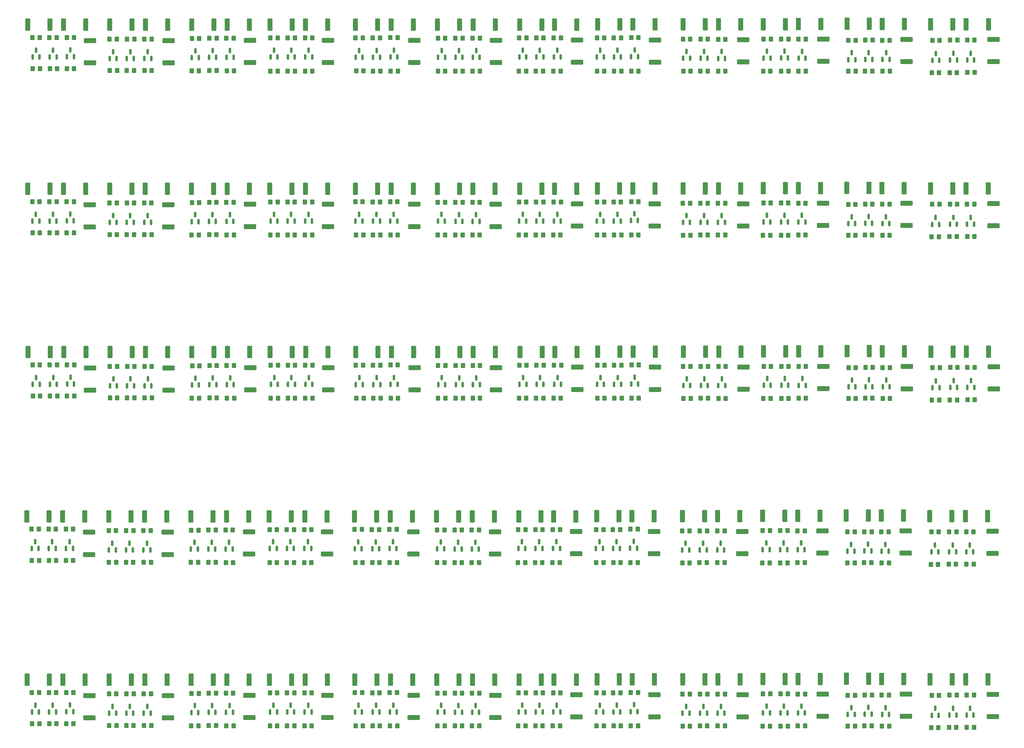
<source format=gbr>
%TF.GenerationSoftware,KiCad,Pcbnew,(6.0.6)*%
%TF.CreationDate,2022-10-08T16:47:07+05:30*%
%TF.ProjectId,RGB-3W-Light-Panel,5247422d-3357-42d4-9c69-6768742d5061,V1.1*%
%TF.SameCoordinates,Original*%
%TF.FileFunction,Paste,Bot*%
%TF.FilePolarity,Positive*%
%FSLAX46Y46*%
G04 Gerber Fmt 4.6, Leading zero omitted, Abs format (unit mm)*
G04 Created by KiCad (PCBNEW (6.0.6)) date 2022-10-08 16:47:07*
%MOMM*%
%LPD*%
G01*
G04 APERTURE LIST*
G04 Aperture macros list*
%AMRoundRect*
0 Rectangle with rounded corners*
0 $1 Rounding radius*
0 $2 $3 $4 $5 $6 $7 $8 $9 X,Y pos of 4 corners*
0 Add a 4 corners polygon primitive as box body*
4,1,4,$2,$3,$4,$5,$6,$7,$8,$9,$2,$3,0*
0 Add four circle primitives for the rounded corners*
1,1,$1+$1,$2,$3*
1,1,$1+$1,$4,$5*
1,1,$1+$1,$6,$7*
1,1,$1+$1,$8,$9*
0 Add four rect primitives between the rounded corners*
20,1,$1+$1,$2,$3,$4,$5,0*
20,1,$1+$1,$4,$5,$6,$7,0*
20,1,$1+$1,$6,$7,$8,$9,0*
20,1,$1+$1,$8,$9,$2,$3,0*%
G04 Aperture macros list end*
%ADD10RoundRect,0.249999X0.450001X1.425001X-0.450001X1.425001X-0.450001X-1.425001X0.450001X-1.425001X0*%
%ADD11RoundRect,0.250000X-0.350000X-0.450000X0.350000X-0.450000X0.350000X0.450000X-0.350000X0.450000X0*%
%ADD12RoundRect,0.249999X-0.450001X-1.425001X0.450001X-1.425001X0.450001X1.425001X-0.450001X1.425001X0*%
%ADD13RoundRect,0.150000X0.150000X-0.587500X0.150000X0.587500X-0.150000X0.587500X-0.150000X-0.587500X0*%
%ADD14RoundRect,0.249999X1.425001X-0.450001X1.425001X0.450001X-1.425001X0.450001X-1.425001X-0.450001X0*%
G04 APERTURE END LIST*
D10*
%TO.C,R86*%
X224760000Y-250020000D03*
X218660000Y-250020000D03*
%TD*%
D11*
%TO.C,R90*%
X208960000Y-253792500D03*
X210960000Y-253792500D03*
%TD*%
D12*
%TO.C,R102*%
X163860000Y-250020000D03*
X169960000Y-250020000D03*
%TD*%
D13*
%TO.C,Q13*%
X331460000Y-258767500D03*
X329560000Y-258767500D03*
X330510000Y-256892500D03*
%TD*%
D10*
%TO.C,R14*%
X404610000Y-249800000D03*
X398510000Y-249800000D03*
%TD*%
D11*
%TO.C,R99*%
X186310000Y-253930000D03*
X188310000Y-253930000D03*
%TD*%
%TO.C,R79*%
X230510000Y-262730000D03*
X232510000Y-262730000D03*
%TD*%
%TO.C,R26*%
X370770000Y-253940000D03*
X372770000Y-253940000D03*
%TD*%
%TO.C,R56*%
X286010000Y-253730000D03*
X288010000Y-253730000D03*
%TD*%
%TO.C,R7*%
X412130000Y-263202500D03*
X414130000Y-263202500D03*
%TD*%
D10*
%TO.C,R68*%
X269760000Y-250020000D03*
X263660000Y-250020000D03*
%TD*%
D13*
%TO.C,Q6*%
X400550000Y-259587500D03*
X398650000Y-259587500D03*
X399600000Y-257712500D03*
%TD*%
%TO.C,Q28*%
X220360000Y-258967500D03*
X218460000Y-258967500D03*
X219410000Y-257092500D03*
%TD*%
D11*
%TO.C,R83*%
X218410000Y-253730000D03*
X220410000Y-253730000D03*
%TD*%
D12*
%TO.C,R84*%
X208860000Y-250020000D03*
X214960000Y-250020000D03*
%TD*%
D13*
%TO.C,Q1*%
X423790000Y-259737500D03*
X421890000Y-259737500D03*
X422840000Y-257862500D03*
%TD*%
%TO.C,Q32*%
X192960000Y-259267500D03*
X191060000Y-259267500D03*
X192010000Y-257392500D03*
%TD*%
D11*
%TO.C,R25*%
X365840000Y-262780000D03*
X367840000Y-262780000D03*
%TD*%
D12*
%TO.C,R66*%
X253860000Y-250020000D03*
X259960000Y-250020000D03*
%TD*%
D13*
%TO.C,Q16*%
X310260000Y-258867500D03*
X308360000Y-258867500D03*
X309310000Y-256992500D03*
%TD*%
D11*
%TO.C,R9*%
X412300000Y-254280000D03*
X414300000Y-254280000D03*
%TD*%
D13*
%TO.C,Q9*%
X367860000Y-259177500D03*
X365960000Y-259177500D03*
X366910000Y-257302500D03*
%TD*%
D11*
%TO.C,R70*%
X254060000Y-262692500D03*
X256060000Y-262692500D03*
%TD*%
D14*
%TO.C,R31*%
X360360000Y-260230000D03*
X360360000Y-254130000D03*
%TD*%
D13*
%TO.C,Q30*%
X210810000Y-259030000D03*
X208910000Y-259030000D03*
X209860000Y-257155000D03*
%TD*%
D11*
%TO.C,R61*%
X276510000Y-262730000D03*
X278510000Y-262730000D03*
%TD*%
D13*
%TO.C,Q25*%
X241960000Y-258867500D03*
X240060000Y-258867500D03*
X241010000Y-256992500D03*
%TD*%
D10*
%TO.C,R5*%
X427710000Y-249930000D03*
X421610000Y-249930000D03*
%TD*%
D13*
%TO.C,Q5*%
X395800000Y-259527500D03*
X393900000Y-259527500D03*
X394850000Y-257652500D03*
%TD*%
D10*
%TO.C,R41*%
X336160000Y-249920000D03*
X330060000Y-249920000D03*
%TD*%
D11*
%TO.C,R91*%
X195910000Y-262630000D03*
X197910000Y-262630000D03*
%TD*%
%TO.C,R35*%
X348650000Y-254000000D03*
X350650000Y-254000000D03*
%TD*%
%TO.C,R27*%
X365940000Y-253930000D03*
X367940000Y-253930000D03*
%TD*%
%TO.C,R89*%
X213710000Y-253730000D03*
X215710000Y-253730000D03*
%TD*%
D14*
%TO.C,R49*%
X314710000Y-260280000D03*
X314710000Y-254180000D03*
%TD*%
D11*
%TO.C,R74*%
X240010000Y-253630000D03*
X242010000Y-253630000D03*
%TD*%
D12*
%TO.C,R3*%
X411850000Y-249910000D03*
X417950000Y-249910000D03*
%TD*%
D11*
%TO.C,R65*%
X263410000Y-253550000D03*
X265410000Y-253550000D03*
%TD*%
%TO.C,R37*%
X329610000Y-262730000D03*
X331610000Y-262730000D03*
%TD*%
D10*
%TO.C,R50*%
X314660000Y-250020000D03*
X308560000Y-250020000D03*
%TD*%
D12*
%TO.C,R21*%
X365890000Y-249860000D03*
X371990000Y-249860000D03*
%TD*%
D14*
%TO.C,R85*%
X224910000Y-260380000D03*
X224910000Y-254280000D03*
%TD*%
D13*
%TO.C,Q17*%
X305460000Y-258867500D03*
X303560000Y-258867500D03*
X304510000Y-256992500D03*
%TD*%
%TO.C,Q26*%
X237160000Y-258867500D03*
X235260000Y-258867500D03*
X236210000Y-256992500D03*
%TD*%
D11*
%TO.C,R38*%
X329610000Y-253530000D03*
X331610000Y-253530000D03*
%TD*%
D12*
%TO.C,R39*%
X320360000Y-249920000D03*
X326460000Y-249920000D03*
%TD*%
D11*
%TO.C,R46*%
X308210000Y-262730000D03*
X310210000Y-262730000D03*
%TD*%
D14*
%TO.C,R40*%
X336110000Y-260280000D03*
X336110000Y-254180000D03*
%TD*%
D12*
%TO.C,R93*%
X186360000Y-250020000D03*
X192460000Y-250020000D03*
%TD*%
D11*
%TO.C,R18*%
X398560000Y-254270000D03*
X400560000Y-254270000D03*
%TD*%
%TO.C,R19*%
X375510000Y-262730000D03*
X377510000Y-262730000D03*
%TD*%
D10*
%TO.C,R95*%
X202260000Y-250020000D03*
X196160000Y-250020000D03*
%TD*%
D13*
%TO.C,Q7*%
X377460000Y-259187500D03*
X375560000Y-259187500D03*
X376510000Y-257312500D03*
%TD*%
%TO.C,Q3*%
X414200000Y-259787500D03*
X412300000Y-259787500D03*
X413250000Y-257912500D03*
%TD*%
D10*
%TO.C,R104*%
X179760000Y-250020000D03*
X173660000Y-250020000D03*
%TD*%
D14*
%TO.C,R94*%
X202510000Y-260480000D03*
X202510000Y-254380000D03*
%TD*%
D10*
%TO.C,R58*%
X292260000Y-250020000D03*
X286160000Y-250020000D03*
%TD*%
D11*
%TO.C,R107*%
X169810000Y-253530000D03*
X171810000Y-253530000D03*
%TD*%
D13*
%TO.C,Q14*%
X326760000Y-258867500D03*
X324860000Y-258867500D03*
X325810000Y-256992500D03*
%TD*%
D12*
%TO.C,R30*%
X343880000Y-249900000D03*
X349980000Y-249900000D03*
%TD*%
D11*
%TO.C,R105*%
X169910000Y-262130000D03*
X171910000Y-262130000D03*
%TD*%
D13*
%TO.C,Q27*%
X232460000Y-258867500D03*
X230560000Y-258867500D03*
X231510000Y-256992500D03*
%TD*%
%TO.C,Q21*%
X278460000Y-258930000D03*
X276560000Y-258930000D03*
X277510000Y-257055000D03*
%TD*%
D11*
%TO.C,R43*%
X320210000Y-262730000D03*
X322210000Y-262730000D03*
%TD*%
%TO.C,R96*%
X191060000Y-262630000D03*
X193060000Y-262630000D03*
%TD*%
%TO.C,R55*%
X286010000Y-262730000D03*
X288010000Y-262730000D03*
%TD*%
D13*
%TO.C,Q2*%
X419080000Y-259737500D03*
X417180000Y-259737500D03*
X418130000Y-257862500D03*
%TD*%
D11*
%TO.C,R98*%
X191110000Y-253930000D03*
X193110000Y-253930000D03*
%TD*%
%TO.C,R15*%
X393810000Y-262730000D03*
X395810000Y-262730000D03*
%TD*%
%TO.C,R51*%
X303410000Y-262730000D03*
X305410000Y-262730000D03*
%TD*%
%TO.C,R106*%
X165210000Y-262130000D03*
X167210000Y-262130000D03*
%TD*%
%TO.C,R45*%
X320210000Y-253630000D03*
X322210000Y-253630000D03*
%TD*%
D14*
%TO.C,R13*%
X405250000Y-260110000D03*
X405250000Y-254010000D03*
%TD*%
D11*
%TO.C,R63*%
X276510000Y-253730000D03*
X278510000Y-253730000D03*
%TD*%
D13*
%TO.C,Q22*%
X265360000Y-258867500D03*
X263460000Y-258867500D03*
X264410000Y-256992500D03*
%TD*%
D11*
%TO.C,R20*%
X375520000Y-253990000D03*
X377520000Y-253990000D03*
%TD*%
D12*
%TO.C,R12*%
X388860000Y-249770000D03*
X394960000Y-249770000D03*
%TD*%
D11*
%TO.C,R78*%
X235210000Y-262730000D03*
X237210000Y-262730000D03*
%TD*%
%TO.C,R72*%
X253860000Y-253592500D03*
X255860000Y-253592500D03*
%TD*%
D13*
%TO.C,Q29*%
X215560000Y-258967500D03*
X213660000Y-258967500D03*
X214610000Y-257092500D03*
%TD*%
D12*
%TO.C,R75*%
X230360000Y-250020000D03*
X236460000Y-250020000D03*
%TD*%
D11*
%TO.C,R11*%
X389220000Y-254290000D03*
X391220000Y-254290000D03*
%TD*%
D12*
%TO.C,R57*%
X276360000Y-250020000D03*
X282460000Y-250020000D03*
%TD*%
D10*
%TO.C,R32*%
X359680000Y-249900000D03*
X353580000Y-249900000D03*
%TD*%
D11*
%TO.C,R80*%
X235210000Y-253630000D03*
X237210000Y-253630000D03*
%TD*%
D13*
%TO.C,Q35*%
X171760000Y-258867500D03*
X169860000Y-258867500D03*
X170810000Y-256992500D03*
%TD*%
D11*
%TO.C,R44*%
X324810000Y-253630000D03*
X326810000Y-253630000D03*
%TD*%
%TO.C,R100*%
X174560000Y-262130000D03*
X176560000Y-262130000D03*
%TD*%
%TO.C,R62*%
X281310000Y-253730000D03*
X283310000Y-253730000D03*
%TD*%
%TO.C,R10*%
X389220000Y-262780000D03*
X391220000Y-262780000D03*
%TD*%
%TO.C,R6*%
X416952900Y-218270650D03*
X418952900Y-218270650D03*
%TD*%
%TO.C,R71*%
X258522900Y-208740650D03*
X260522900Y-208740650D03*
%TD*%
%TO.C,R60*%
X281222900Y-217840650D03*
X283222900Y-217840650D03*
%TD*%
%TO.C,R82*%
X218422900Y-217820650D03*
X220422900Y-217820650D03*
%TD*%
%TO.C,R28*%
X353480000Y-262740000D03*
X355480000Y-262740000D03*
%TD*%
%TO.C,R2*%
X421792900Y-209360650D03*
X423792900Y-209360650D03*
%TD*%
%TO.C,R64*%
X263422900Y-217840650D03*
X265422900Y-217840650D03*
%TD*%
D13*
%TO.C,Q31*%
X197672900Y-214378150D03*
X195772900Y-214378150D03*
X196722900Y-212503150D03*
%TD*%
D11*
%TO.C,R42*%
X324822900Y-217840650D03*
X326822900Y-217840650D03*
%TD*%
D13*
%TO.C,Q33*%
X188172900Y-214378150D03*
X186272900Y-214378150D03*
X187222900Y-212503150D03*
%TD*%
D11*
%TO.C,R1*%
X421822900Y-218240650D03*
X423822900Y-218240650D03*
%TD*%
%TO.C,R88*%
X208772900Y-217783150D03*
X210772900Y-217783150D03*
%TD*%
%TO.C,R101*%
X174472900Y-208640650D03*
X176472900Y-208640650D03*
%TD*%
D10*
%TO.C,R23*%
X381562900Y-204930650D03*
X375462900Y-204930650D03*
%TD*%
D11*
%TO.C,R81*%
X230422900Y-208740650D03*
X232422900Y-208740650D03*
%TD*%
D13*
%TO.C,Q19*%
X287872900Y-214078150D03*
X285972900Y-214078150D03*
X286922900Y-212203150D03*
%TD*%
D11*
%TO.C,R92*%
X195772900Y-209040650D03*
X197772900Y-209040650D03*
%TD*%
%TO.C,R47*%
X308222900Y-208740650D03*
X310222900Y-208740650D03*
%TD*%
D13*
%TO.C,Q10*%
X355282900Y-214368150D03*
X353382900Y-214368150D03*
X354332900Y-212493150D03*
%TD*%
D14*
%TO.C,R59*%
X292322900Y-215490650D03*
X292322900Y-209390650D03*
%TD*%
D11*
%TO.C,R52*%
X298622900Y-217840650D03*
X300622900Y-217840650D03*
%TD*%
%TO.C,R36*%
X343732900Y-209100650D03*
X345732900Y-209100650D03*
%TD*%
%TO.C,R108*%
X165022900Y-208640650D03*
X167022900Y-208640650D03*
%TD*%
%TO.C,R73*%
X239922900Y-217840650D03*
X241922900Y-217840650D03*
%TD*%
D13*
%TO.C,Q15*%
X321972900Y-213978150D03*
X320072900Y-213978150D03*
X321022900Y-212103150D03*
%TD*%
D11*
%TO.C,R29*%
X353392900Y-209120650D03*
X355392900Y-209120650D03*
%TD*%
D12*
%TO.C,R48*%
X298872900Y-205130650D03*
X304972900Y-205130650D03*
%TD*%
D13*
%TO.C,Q18*%
X300672900Y-213978150D03*
X298772900Y-213978150D03*
X299722900Y-212103150D03*
%TD*%
D11*
%TO.C,R17*%
X393792900Y-209330650D03*
X395792900Y-209330650D03*
%TD*%
D13*
%TO.C,Q34*%
X176422900Y-213940650D03*
X174522900Y-213940650D03*
X175472900Y-212065650D03*
%TD*%
D14*
%TO.C,R67*%
X269922900Y-215490650D03*
X269922900Y-209390650D03*
%TD*%
%TO.C,R103*%
X180822900Y-215590650D03*
X180822900Y-209490650D03*
%TD*%
D13*
%TO.C,Q4*%
X391052900Y-214708150D03*
X389152900Y-214708150D03*
X390102900Y-212833150D03*
%TD*%
D11*
%TO.C,R8*%
X417092900Y-209360650D03*
X419092900Y-209360650D03*
%TD*%
%TO.C,R53*%
X303422900Y-208740650D03*
X305422900Y-208740650D03*
%TD*%
D13*
%TO.C,Q20*%
X283172900Y-214078150D03*
X281272900Y-214078150D03*
X282222900Y-212203150D03*
%TD*%
D11*
%TO.C,R69*%
X258622900Y-217840650D03*
X260622900Y-217840650D03*
%TD*%
%TO.C,R87*%
X213622900Y-217740650D03*
X215622900Y-217740650D03*
%TD*%
D13*
%TO.C,Q24*%
X255722900Y-214040650D03*
X253822900Y-214040650D03*
X254772900Y-212165650D03*
%TD*%
%TO.C,Q8*%
X372582900Y-214268150D03*
X370682900Y-214268150D03*
X371632900Y-212393150D03*
%TD*%
%TO.C,Q36*%
X166972900Y-213978150D03*
X165072900Y-213978150D03*
X166022900Y-212103150D03*
%TD*%
%TO.C,Q12*%
X345662900Y-214338150D03*
X343762900Y-214338150D03*
X344712900Y-212463150D03*
%TD*%
D11*
%TO.C,R54*%
X298722900Y-208740650D03*
X300722900Y-208740650D03*
%TD*%
%TO.C,R97*%
X186272900Y-217740650D03*
X188272900Y-217740650D03*
%TD*%
D14*
%TO.C,R4*%
X429022900Y-215290650D03*
X429022900Y-209190650D03*
%TD*%
D11*
%TO.C,R33*%
X348522900Y-217840650D03*
X350522900Y-217840650D03*
%TD*%
D14*
%TO.C,R76*%
X246222900Y-215490650D03*
X246222900Y-209390650D03*
%TD*%
%TO.C,R22*%
X382252900Y-215180650D03*
X382252900Y-209080650D03*
%TD*%
D13*
%TO.C,Q11*%
X350472900Y-214348150D03*
X348572900Y-214348150D03*
X349522900Y-212473150D03*
%TD*%
D11*
%TO.C,R16*%
X398532900Y-217890650D03*
X400532900Y-217890650D03*
%TD*%
%TO.C,R34*%
X343802900Y-217910650D03*
X345802900Y-217910650D03*
%TD*%
D13*
%TO.C,Q23*%
X260522900Y-214040650D03*
X258622900Y-214040650D03*
X259572900Y-212165650D03*
%TD*%
D11*
%TO.C,R24*%
X370672900Y-217920650D03*
X372672900Y-217920650D03*
%TD*%
%TO.C,R28*%
X353392900Y-217850650D03*
X355392900Y-217850650D03*
%TD*%
D13*
%TO.C,Q7*%
X377372900Y-214298150D03*
X375472900Y-214298150D03*
X376422900Y-212423150D03*
%TD*%
%TO.C,Q3*%
X414112900Y-214898150D03*
X412212900Y-214898150D03*
X413162900Y-213023150D03*
%TD*%
D10*
%TO.C,R95*%
X202172900Y-205130650D03*
X196072900Y-205130650D03*
%TD*%
%TO.C,R104*%
X179672900Y-205130650D03*
X173572900Y-205130650D03*
%TD*%
D13*
%TO.C,Q21*%
X278372900Y-214040650D03*
X276472900Y-214040650D03*
X277422900Y-212165650D03*
%TD*%
D11*
%TO.C,R96*%
X190972900Y-217740650D03*
X192972900Y-217740650D03*
%TD*%
D10*
%TO.C,R77*%
X246172900Y-205130650D03*
X240072900Y-205130650D03*
%TD*%
D14*
%TO.C,R94*%
X202422900Y-215590650D03*
X202422900Y-209490650D03*
%TD*%
D11*
%TO.C,R107*%
X169722900Y-208640650D03*
X171722900Y-208640650D03*
%TD*%
D13*
%TO.C,Q22*%
X265272900Y-213978150D03*
X263372900Y-213978150D03*
X264322900Y-212103150D03*
%TD*%
D10*
%TO.C,R58*%
X292172900Y-205130650D03*
X286072900Y-205130650D03*
%TD*%
%TO.C,R32*%
X359592900Y-205010650D03*
X353492900Y-205010650D03*
%TD*%
D11*
%TO.C,R105*%
X169822900Y-217240650D03*
X171822900Y-217240650D03*
%TD*%
%TO.C,R44*%
X324722900Y-208740650D03*
X326722900Y-208740650D03*
%TD*%
D13*
%TO.C,Q27*%
X232372900Y-213978150D03*
X230472900Y-213978150D03*
X231422900Y-212103150D03*
%TD*%
D11*
%TO.C,R63*%
X276422900Y-208840650D03*
X278422900Y-208840650D03*
%TD*%
D13*
%TO.C,Q2*%
X418992900Y-214848150D03*
X417092900Y-214848150D03*
X418042900Y-212973150D03*
%TD*%
D11*
%TO.C,R78*%
X235122900Y-217840650D03*
X237122900Y-217840650D03*
%TD*%
%TO.C,R72*%
X253772900Y-208703150D03*
X255772900Y-208703150D03*
%TD*%
%TO.C,R15*%
X393722900Y-217840650D03*
X395722900Y-217840650D03*
%TD*%
D13*
%TO.C,Q35*%
X171672900Y-213978150D03*
X169772900Y-213978150D03*
X170722900Y-212103150D03*
%TD*%
D12*
%TO.C,R30*%
X343792900Y-205010650D03*
X349892900Y-205010650D03*
%TD*%
D11*
%TO.C,R100*%
X174472900Y-217240650D03*
X176472900Y-217240650D03*
%TD*%
%TO.C,R98*%
X191022900Y-209040650D03*
X193022900Y-209040650D03*
%TD*%
D13*
%TO.C,Q14*%
X326672900Y-213978150D03*
X324772900Y-213978150D03*
X325722900Y-212103150D03*
%TD*%
D11*
%TO.C,R55*%
X285922900Y-217840650D03*
X287922900Y-217840650D03*
%TD*%
%TO.C,R43*%
X320122900Y-217840650D03*
X322122900Y-217840650D03*
%TD*%
%TO.C,R20*%
X375432900Y-209100650D03*
X377432900Y-209100650D03*
%TD*%
%TO.C,R46*%
X308122900Y-217840650D03*
X310122900Y-217840650D03*
%TD*%
D12*
%TO.C,R39*%
X320272900Y-205030650D03*
X326372900Y-205030650D03*
%TD*%
%TO.C,R93*%
X186272900Y-205130650D03*
X192372900Y-205130650D03*
%TD*%
D14*
%TO.C,R40*%
X336022900Y-215390650D03*
X336022900Y-209290650D03*
%TD*%
D11*
%TO.C,R38*%
X329522900Y-208640650D03*
X331522900Y-208640650D03*
%TD*%
%TO.C,R19*%
X375422900Y-217840650D03*
X377422900Y-217840650D03*
%TD*%
%TO.C,R18*%
X398472900Y-209380650D03*
X400472900Y-209380650D03*
%TD*%
%TO.C,R10*%
X389132900Y-217890650D03*
X391132900Y-217890650D03*
%TD*%
%TO.C,R45*%
X320122900Y-208740650D03*
X322122900Y-208740650D03*
%TD*%
D14*
%TO.C,R13*%
X405162900Y-215220650D03*
X405162900Y-209120650D03*
%TD*%
D11*
%TO.C,R62*%
X281222900Y-208840650D03*
X283222900Y-208840650D03*
%TD*%
%TO.C,R51*%
X303322900Y-217840650D03*
X305322900Y-217840650D03*
%TD*%
%TO.C,R80*%
X235122900Y-208740650D03*
X237122900Y-208740650D03*
%TD*%
D12*
%TO.C,R75*%
X230272900Y-205130650D03*
X236372900Y-205130650D03*
%TD*%
%TO.C,R12*%
X388772900Y-204880650D03*
X394872900Y-204880650D03*
%TD*%
D11*
%TO.C,R11*%
X389132900Y-209400650D03*
X391132900Y-209400650D03*
%TD*%
D12*
%TO.C,R102*%
X163772900Y-205130650D03*
X169872900Y-205130650D03*
%TD*%
D11*
%TO.C,R79*%
X230422900Y-217840650D03*
X232422900Y-217840650D03*
%TD*%
D10*
%TO.C,R14*%
X404522900Y-204910650D03*
X398422900Y-204910650D03*
%TD*%
D11*
%TO.C,R56*%
X285922900Y-208840650D03*
X287922900Y-208840650D03*
%TD*%
%TO.C,R83*%
X218322900Y-208840650D03*
X220322900Y-208840650D03*
%TD*%
%TO.C,R9*%
X412212900Y-209390650D03*
X414212900Y-209390650D03*
%TD*%
D13*
%TO.C,Q32*%
X192872900Y-214378150D03*
X190972900Y-214378150D03*
X191922900Y-212503150D03*
%TD*%
D12*
%TO.C,R66*%
X253772900Y-205130650D03*
X259872900Y-205130650D03*
%TD*%
D11*
%TO.C,R25*%
X365752900Y-217890650D03*
X367752900Y-217890650D03*
%TD*%
D13*
%TO.C,Q13*%
X331372900Y-213878150D03*
X329472900Y-213878150D03*
X330422900Y-212003150D03*
%TD*%
D10*
%TO.C,R68*%
X269672900Y-205130650D03*
X263572900Y-205130650D03*
%TD*%
D11*
%TO.C,R7*%
X412042900Y-218313150D03*
X414042900Y-218313150D03*
%TD*%
%TO.C,R90*%
X208872900Y-208903150D03*
X210872900Y-208903150D03*
%TD*%
D13*
%TO.C,Q1*%
X423702900Y-214848150D03*
X421802900Y-214848150D03*
X422752900Y-212973150D03*
%TD*%
D12*
%TO.C,R57*%
X276272900Y-205130650D03*
X282372900Y-205130650D03*
%TD*%
D10*
%TO.C,R86*%
X224672900Y-205130650D03*
X218572900Y-205130650D03*
%TD*%
D11*
%TO.C,R99*%
X186222900Y-209040650D03*
X188222900Y-209040650D03*
%TD*%
%TO.C,R26*%
X370682900Y-209050650D03*
X372682900Y-209050650D03*
%TD*%
D13*
%TO.C,Q6*%
X400462900Y-214698150D03*
X398562900Y-214698150D03*
X399512900Y-212823150D03*
%TD*%
%TO.C,Q9*%
X367772900Y-214288150D03*
X365872900Y-214288150D03*
X366822900Y-212413150D03*
%TD*%
%TO.C,Q16*%
X310172900Y-213978150D03*
X308272900Y-213978150D03*
X309222900Y-212103150D03*
%TD*%
D12*
%TO.C,R84*%
X208772900Y-205130650D03*
X214872900Y-205130650D03*
%TD*%
D13*
%TO.C,Q26*%
X237072900Y-213978150D03*
X235172900Y-213978150D03*
X236122900Y-212103150D03*
%TD*%
D10*
%TO.C,R5*%
X427622900Y-205040650D03*
X421522900Y-205040650D03*
%TD*%
D11*
%TO.C,R70*%
X253972900Y-217803150D03*
X255972900Y-217803150D03*
%TD*%
D13*
%TO.C,Q25*%
X241872900Y-213978150D03*
X239972900Y-213978150D03*
X240922900Y-212103150D03*
%TD*%
D14*
%TO.C,R85*%
X224822900Y-215490650D03*
X224822900Y-209390650D03*
%TD*%
D11*
%TO.C,R35*%
X348562900Y-209110650D03*
X350562900Y-209110650D03*
%TD*%
%TO.C,R74*%
X239922900Y-208740650D03*
X241922900Y-208740650D03*
%TD*%
D12*
%TO.C,R3*%
X411762900Y-205020650D03*
X417862900Y-205020650D03*
%TD*%
D14*
%TO.C,R31*%
X360272900Y-215340650D03*
X360272900Y-209240650D03*
%TD*%
D13*
%TO.C,Q30*%
X210722900Y-214140650D03*
X208822900Y-214140650D03*
X209772900Y-212265650D03*
%TD*%
D12*
%TO.C,R21*%
X365802900Y-204970650D03*
X371902900Y-204970650D03*
%TD*%
D10*
%TO.C,R41*%
X336072900Y-205030650D03*
X329972900Y-205030650D03*
%TD*%
D11*
%TO.C,R27*%
X365852900Y-209040650D03*
X367852900Y-209040650D03*
%TD*%
%TO.C,R37*%
X329522900Y-217840650D03*
X331522900Y-217840650D03*
%TD*%
D13*
%TO.C,Q5*%
X395712900Y-214638150D03*
X393812900Y-214638150D03*
X394762900Y-212763150D03*
%TD*%
D11*
%TO.C,R89*%
X213622900Y-208840650D03*
X215622900Y-208840650D03*
%TD*%
%TO.C,R61*%
X276422900Y-217840650D03*
X278422900Y-217840650D03*
%TD*%
%TO.C,R65*%
X263322900Y-208660650D03*
X265322900Y-208660650D03*
%TD*%
D13*
%TO.C,Q28*%
X220272900Y-214078150D03*
X218372900Y-214078150D03*
X219322900Y-212203150D03*
%TD*%
D11*
%TO.C,R91*%
X195822900Y-217740650D03*
X197822900Y-217740650D03*
%TD*%
D14*
%TO.C,R49*%
X314622900Y-215390650D03*
X314622900Y-209290650D03*
%TD*%
D13*
%TO.C,Q17*%
X305372900Y-213978150D03*
X303472900Y-213978150D03*
X304422900Y-212103150D03*
%TD*%
D10*
%TO.C,R50*%
X314572900Y-205130650D03*
X308472900Y-205130650D03*
%TD*%
D13*
%TO.C,Q29*%
X215472900Y-214078150D03*
X213572900Y-214078150D03*
X214522900Y-212203150D03*
%TD*%
D11*
%TO.C,R106*%
X165122900Y-217240650D03*
X167122900Y-217240650D03*
%TD*%
%TO.C,R71*%
X258610000Y-253630000D03*
X260610000Y-253630000D03*
%TD*%
%TO.C,R82*%
X218510000Y-262710000D03*
X220510000Y-262710000D03*
%TD*%
%TO.C,R42*%
X324910000Y-262730000D03*
X326910000Y-262730000D03*
%TD*%
%TO.C,R60*%
X281310000Y-262730000D03*
X283310000Y-262730000D03*
%TD*%
%TO.C,R6*%
X417040000Y-263160000D03*
X419040000Y-263160000D03*
%TD*%
%TO.C,R2*%
X421880000Y-254250000D03*
X423880000Y-254250000D03*
%TD*%
D13*
%TO.C,Q31*%
X197760000Y-259267500D03*
X195860000Y-259267500D03*
X196810000Y-257392500D03*
%TD*%
D11*
%TO.C,R81*%
X230510000Y-253630000D03*
X232510000Y-253630000D03*
%TD*%
D13*
%TO.C,Q33*%
X188260000Y-259267500D03*
X186360000Y-259267500D03*
X187310000Y-257392500D03*
%TD*%
D11*
%TO.C,R1*%
X421910000Y-263130000D03*
X423910000Y-263130000D03*
%TD*%
D13*
%TO.C,Q19*%
X287960000Y-258967500D03*
X286060000Y-258967500D03*
X287010000Y-257092500D03*
%TD*%
D14*
%TO.C,R59*%
X292410000Y-260380000D03*
X292410000Y-254280000D03*
%TD*%
D11*
%TO.C,R29*%
X353480000Y-254010000D03*
X355480000Y-254010000D03*
%TD*%
%TO.C,R36*%
X343820000Y-253990000D03*
X345820000Y-253990000D03*
%TD*%
D13*
%TO.C,Q34*%
X176510000Y-258830000D03*
X174610000Y-258830000D03*
X175560000Y-256955000D03*
%TD*%
D11*
%TO.C,R101*%
X174560000Y-253530000D03*
X176560000Y-253530000D03*
%TD*%
%TO.C,R52*%
X298710000Y-262730000D03*
X300710000Y-262730000D03*
%TD*%
%TO.C,R108*%
X165110000Y-253530000D03*
X167110000Y-253530000D03*
%TD*%
%TO.C,R73*%
X240010000Y-262730000D03*
X242010000Y-262730000D03*
%TD*%
%TO.C,R17*%
X393880000Y-254220000D03*
X395880000Y-254220000D03*
%TD*%
D14*
%TO.C,R67*%
X270010000Y-260380000D03*
X270010000Y-254280000D03*
%TD*%
D11*
%TO.C,R64*%
X263510000Y-262730000D03*
X265510000Y-262730000D03*
%TD*%
%TO.C,R88*%
X208860000Y-262672500D03*
X210860000Y-262672500D03*
%TD*%
D10*
%TO.C,R23*%
X381650000Y-249820000D03*
X375550000Y-249820000D03*
%TD*%
D12*
%TO.C,R48*%
X298960000Y-250020000D03*
X305060000Y-250020000D03*
%TD*%
D13*
%TO.C,Q11*%
X350560000Y-259237500D03*
X348660000Y-259237500D03*
X349610000Y-257362500D03*
%TD*%
D14*
%TO.C,R22*%
X382340000Y-260070000D03*
X382340000Y-253970000D03*
%TD*%
D11*
%TO.C,R47*%
X308310000Y-253630000D03*
X310310000Y-253630000D03*
%TD*%
D13*
%TO.C,Q18*%
X300760000Y-258867500D03*
X298860000Y-258867500D03*
X299810000Y-256992500D03*
%TD*%
%TO.C,Q15*%
X322060000Y-258867500D03*
X320160000Y-258867500D03*
X321110000Y-256992500D03*
%TD*%
%TO.C,Q10*%
X355370000Y-259257500D03*
X353470000Y-259257500D03*
X354420000Y-257382500D03*
%TD*%
D11*
%TO.C,R92*%
X195860000Y-253930000D03*
X197860000Y-253930000D03*
%TD*%
%TO.C,R16*%
X398620000Y-262780000D03*
X400620000Y-262780000D03*
%TD*%
%TO.C,R8*%
X417180000Y-254250000D03*
X419180000Y-254250000D03*
%TD*%
D13*
%TO.C,Q12*%
X345750000Y-259227500D03*
X343850000Y-259227500D03*
X344800000Y-257352500D03*
%TD*%
%TO.C,Q20*%
X283260000Y-258967500D03*
X281360000Y-258967500D03*
X282310000Y-257092500D03*
%TD*%
D11*
%TO.C,R54*%
X298810000Y-253630000D03*
X300810000Y-253630000D03*
%TD*%
%TO.C,R87*%
X213710000Y-262630000D03*
X215710000Y-262630000D03*
%TD*%
D13*
%TO.C,Q24*%
X255810000Y-258930000D03*
X253910000Y-258930000D03*
X254860000Y-257055000D03*
%TD*%
D10*
%TO.C,R77*%
X246260000Y-250020000D03*
X240160000Y-250020000D03*
%TD*%
D11*
%TO.C,R53*%
X303510000Y-253630000D03*
X305510000Y-253630000D03*
%TD*%
D13*
%TO.C,Q8*%
X372670000Y-259157500D03*
X370770000Y-259157500D03*
X371720000Y-257282500D03*
%TD*%
D11*
%TO.C,R69*%
X258710000Y-262730000D03*
X260710000Y-262730000D03*
%TD*%
%TO.C,R33*%
X348610000Y-262730000D03*
X350610000Y-262730000D03*
%TD*%
D14*
%TO.C,R76*%
X246310000Y-260380000D03*
X246310000Y-254280000D03*
%TD*%
D13*
%TO.C,Q36*%
X167060000Y-258867500D03*
X165160000Y-258867500D03*
X166110000Y-256992500D03*
%TD*%
D14*
%TO.C,R103*%
X180910000Y-260480000D03*
X180910000Y-254380000D03*
%TD*%
%TO.C,R4*%
X429110000Y-260180000D03*
X429110000Y-254080000D03*
%TD*%
D13*
%TO.C,Q4*%
X391140000Y-259597500D03*
X389240000Y-259597500D03*
X390190000Y-257722500D03*
%TD*%
%TO.C,Q23*%
X260610000Y-258930000D03*
X258710000Y-258930000D03*
X259660000Y-257055000D03*
%TD*%
D11*
%TO.C,R24*%
X370760000Y-262810000D03*
X372760000Y-262810000D03*
%TD*%
%TO.C,R34*%
X343890000Y-262800000D03*
X345890000Y-262800000D03*
%TD*%
%TO.C,R97*%
X186360000Y-262630000D03*
X188360000Y-262630000D03*
%TD*%
%TO.C,R71*%
X258820000Y-163557450D03*
X260820000Y-163557450D03*
%TD*%
%TO.C,R82*%
X218720000Y-172637450D03*
X220720000Y-172637450D03*
%TD*%
%TO.C,R60*%
X281520000Y-172657450D03*
X283520000Y-172657450D03*
%TD*%
%TO.C,R6*%
X417250000Y-173087450D03*
X419250000Y-173087450D03*
%TD*%
%TO.C,R2*%
X422090000Y-164177450D03*
X424090000Y-164177450D03*
%TD*%
D13*
%TO.C,Q31*%
X197970000Y-169194950D03*
X196070000Y-169194950D03*
X197020000Y-167319950D03*
%TD*%
D11*
%TO.C,R42*%
X325120000Y-172657450D03*
X327120000Y-172657450D03*
%TD*%
%TO.C,R81*%
X230720000Y-163557450D03*
X232720000Y-163557450D03*
%TD*%
D13*
%TO.C,Q33*%
X188470000Y-169194950D03*
X186570000Y-169194950D03*
X187520000Y-167319950D03*
%TD*%
D11*
%TO.C,R1*%
X422120000Y-173057450D03*
X424120000Y-173057450D03*
%TD*%
D13*
%TO.C,Q15*%
X322270000Y-168794950D03*
X320370000Y-168794950D03*
X321320000Y-166919950D03*
%TD*%
%TO.C,Q19*%
X288170000Y-168894950D03*
X286270000Y-168894950D03*
X287220000Y-167019950D03*
%TD*%
%TO.C,Q10*%
X355580000Y-169184950D03*
X353680000Y-169184950D03*
X354630000Y-167309950D03*
%TD*%
D14*
%TO.C,R59*%
X292620000Y-170307450D03*
X292620000Y-164207450D03*
%TD*%
D11*
%TO.C,R92*%
X196070000Y-163857450D03*
X198070000Y-163857450D03*
%TD*%
%TO.C,R29*%
X353690000Y-163937450D03*
X355690000Y-163937450D03*
%TD*%
%TO.C,R36*%
X344030000Y-163917450D03*
X346030000Y-163917450D03*
%TD*%
%TO.C,R101*%
X174770000Y-163457450D03*
X176770000Y-163457450D03*
%TD*%
%TO.C,R108*%
X165320000Y-163457450D03*
X167320000Y-163457450D03*
%TD*%
%TO.C,R73*%
X240220000Y-172657450D03*
X242220000Y-172657450D03*
%TD*%
%TO.C,R52*%
X298920000Y-172657450D03*
X300920000Y-172657450D03*
%TD*%
%TO.C,R64*%
X263720000Y-172657450D03*
X265720000Y-172657450D03*
%TD*%
%TO.C,R88*%
X209070000Y-172599950D03*
X211070000Y-172599950D03*
%TD*%
%TO.C,R47*%
X308520000Y-163557450D03*
X310520000Y-163557450D03*
%TD*%
D10*
%TO.C,R23*%
X381860000Y-159747450D03*
X375760000Y-159747450D03*
%TD*%
D12*
%TO.C,R48*%
X299170000Y-159947450D03*
X305270000Y-159947450D03*
%TD*%
D13*
%TO.C,Q18*%
X300970000Y-168794950D03*
X299070000Y-168794950D03*
X300020000Y-166919950D03*
%TD*%
D11*
%TO.C,R17*%
X394090000Y-164147450D03*
X396090000Y-164147450D03*
%TD*%
D13*
%TO.C,Q34*%
X176720000Y-168757450D03*
X174820000Y-168757450D03*
X175770000Y-166882450D03*
%TD*%
%TO.C,Q11*%
X350770000Y-169164950D03*
X348870000Y-169164950D03*
X349820000Y-167289950D03*
%TD*%
D14*
%TO.C,R67*%
X270220000Y-170307450D03*
X270220000Y-164207450D03*
%TD*%
%TO.C,R22*%
X382550000Y-169997450D03*
X382550000Y-163897450D03*
%TD*%
D13*
%TO.C,Q4*%
X391350000Y-169524950D03*
X389450000Y-169524950D03*
X390400000Y-167649950D03*
%TD*%
D11*
%TO.C,R16*%
X398830000Y-172707450D03*
X400830000Y-172707450D03*
%TD*%
%TO.C,R53*%
X303720000Y-163557450D03*
X305720000Y-163557450D03*
%TD*%
D13*
%TO.C,Q8*%
X372880000Y-169084950D03*
X370980000Y-169084950D03*
X371930000Y-167209950D03*
%TD*%
D11*
%TO.C,R8*%
X417390000Y-164177450D03*
X419390000Y-164177450D03*
%TD*%
D13*
%TO.C,Q36*%
X167270000Y-168794950D03*
X165370000Y-168794950D03*
X166320000Y-166919950D03*
%TD*%
%TO.C,Q20*%
X283470000Y-168894950D03*
X281570000Y-168894950D03*
X282520000Y-167019950D03*
%TD*%
D11*
%TO.C,R54*%
X299020000Y-163557450D03*
X301020000Y-163557450D03*
%TD*%
%TO.C,R87*%
X213920000Y-172557450D03*
X215920000Y-172557450D03*
%TD*%
D13*
%TO.C,Q12*%
X345960000Y-169154950D03*
X344060000Y-169154950D03*
X345010000Y-167279950D03*
%TD*%
D11*
%TO.C,R97*%
X186570000Y-172557450D03*
X188570000Y-172557450D03*
%TD*%
%TO.C,R69*%
X258920000Y-172657450D03*
X260920000Y-172657450D03*
%TD*%
D14*
%TO.C,R4*%
X429320000Y-170107450D03*
X429320000Y-164007450D03*
%TD*%
D13*
%TO.C,Q24*%
X256020000Y-168857450D03*
X254120000Y-168857450D03*
X255070000Y-166982450D03*
%TD*%
D14*
%TO.C,R76*%
X246520000Y-170307450D03*
X246520000Y-164207450D03*
%TD*%
D11*
%TO.C,R33*%
X348820000Y-172657450D03*
X350820000Y-172657450D03*
%TD*%
D14*
%TO.C,R103*%
X181120000Y-170407450D03*
X181120000Y-164307450D03*
%TD*%
D13*
%TO.C,Q23*%
X260820000Y-168857450D03*
X258920000Y-168857450D03*
X259870000Y-166982450D03*
%TD*%
D11*
%TO.C,R34*%
X344100000Y-172727450D03*
X346100000Y-172727450D03*
%TD*%
%TO.C,R24*%
X370970000Y-172737450D03*
X372970000Y-172737450D03*
%TD*%
D10*
%TO.C,R77*%
X246470000Y-159947450D03*
X240370000Y-159947450D03*
%TD*%
D11*
%TO.C,R28*%
X353690000Y-172667450D03*
X355690000Y-172667450D03*
%TD*%
D10*
%TO.C,R95*%
X202470000Y-159947450D03*
X196370000Y-159947450D03*
%TD*%
D13*
%TO.C,Q7*%
X377670000Y-169114950D03*
X375770000Y-169114950D03*
X376720000Y-167239950D03*
%TD*%
%TO.C,Q3*%
X414410000Y-169714950D03*
X412510000Y-169714950D03*
X413460000Y-167839950D03*
%TD*%
D10*
%TO.C,R104*%
X179970000Y-159947450D03*
X173870000Y-159947450D03*
%TD*%
D11*
%TO.C,R96*%
X191270000Y-172557450D03*
X193270000Y-172557450D03*
%TD*%
D14*
%TO.C,R94*%
X202720000Y-170407450D03*
X202720000Y-164307450D03*
%TD*%
D13*
%TO.C,Q21*%
X278670000Y-168857450D03*
X276770000Y-168857450D03*
X277720000Y-166982450D03*
%TD*%
D11*
%TO.C,R55*%
X286220000Y-172657450D03*
X288220000Y-172657450D03*
%TD*%
D10*
%TO.C,R58*%
X292470000Y-159947450D03*
X286370000Y-159947450D03*
%TD*%
D12*
%TO.C,R30*%
X344090000Y-159827450D03*
X350190000Y-159827450D03*
%TD*%
D11*
%TO.C,R105*%
X170120000Y-172057450D03*
X172120000Y-172057450D03*
%TD*%
D13*
%TO.C,Q27*%
X232670000Y-168794950D03*
X230770000Y-168794950D03*
X231720000Y-166919950D03*
%TD*%
D11*
%TO.C,R107*%
X170020000Y-163457450D03*
X172020000Y-163457450D03*
%TD*%
D13*
%TO.C,Q14*%
X326970000Y-168794950D03*
X325070000Y-168794950D03*
X326020000Y-166919950D03*
%TD*%
D11*
%TO.C,R43*%
X320420000Y-172657450D03*
X322420000Y-172657450D03*
%TD*%
%TO.C,R63*%
X276720000Y-163657450D03*
X278720000Y-163657450D03*
%TD*%
%TO.C,R44*%
X325020000Y-163557450D03*
X327020000Y-163557450D03*
%TD*%
D13*
%TO.C,Q22*%
X265570000Y-168794950D03*
X263670000Y-168794950D03*
X264620000Y-166919950D03*
%TD*%
%TO.C,Q2*%
X419290000Y-169664950D03*
X417390000Y-169664950D03*
X418340000Y-167789950D03*
%TD*%
D11*
%TO.C,R20*%
X375730000Y-163917450D03*
X377730000Y-163917450D03*
%TD*%
%TO.C,R100*%
X174770000Y-172057450D03*
X176770000Y-172057450D03*
%TD*%
%TO.C,R78*%
X235420000Y-172657450D03*
X237420000Y-172657450D03*
%TD*%
%TO.C,R98*%
X191320000Y-163857450D03*
X193320000Y-163857450D03*
%TD*%
D10*
%TO.C,R32*%
X359890000Y-159827450D03*
X353790000Y-159827450D03*
%TD*%
D11*
%TO.C,R72*%
X254070000Y-163519950D03*
X256070000Y-163519950D03*
%TD*%
D13*
%TO.C,Q35*%
X171970000Y-168794950D03*
X170070000Y-168794950D03*
X171020000Y-166919950D03*
%TD*%
D11*
%TO.C,R15*%
X394020000Y-172657450D03*
X396020000Y-172657450D03*
%TD*%
D13*
%TO.C,Q29*%
X215770000Y-168894950D03*
X213870000Y-168894950D03*
X214820000Y-167019950D03*
%TD*%
D11*
%TO.C,R106*%
X165420000Y-172057450D03*
X167420000Y-172057450D03*
%TD*%
D14*
%TO.C,R13*%
X405460000Y-170037450D03*
X405460000Y-163937450D03*
%TD*%
D11*
%TO.C,R62*%
X281520000Y-163657450D03*
X283520000Y-163657450D03*
%TD*%
%TO.C,R51*%
X303620000Y-172657450D03*
X305620000Y-172657450D03*
%TD*%
D12*
%TO.C,R75*%
X230570000Y-159947450D03*
X236670000Y-159947450D03*
%TD*%
D11*
%TO.C,R80*%
X235420000Y-163557450D03*
X237420000Y-163557450D03*
%TD*%
D12*
%TO.C,R12*%
X389070000Y-159697450D03*
X395170000Y-159697450D03*
%TD*%
D11*
%TO.C,R10*%
X389430000Y-172707450D03*
X391430000Y-172707450D03*
%TD*%
%TO.C,R45*%
X320420000Y-163557450D03*
X322420000Y-163557450D03*
%TD*%
%TO.C,R11*%
X389430000Y-164217450D03*
X391430000Y-164217450D03*
%TD*%
D12*
%TO.C,R57*%
X276570000Y-159947450D03*
X282670000Y-159947450D03*
%TD*%
D10*
%TO.C,R86*%
X224970000Y-159947450D03*
X218870000Y-159947450D03*
%TD*%
D12*
%TO.C,R102*%
X164070000Y-159947450D03*
X170170000Y-159947450D03*
%TD*%
D13*
%TO.C,Q13*%
X331670000Y-168694950D03*
X329770000Y-168694950D03*
X330720000Y-166819950D03*
%TD*%
D11*
%TO.C,R99*%
X186520000Y-163857450D03*
X188520000Y-163857450D03*
%TD*%
%TO.C,R79*%
X230720000Y-172657450D03*
X232720000Y-172657450D03*
%TD*%
D10*
%TO.C,R14*%
X404820000Y-159727450D03*
X398720000Y-159727450D03*
%TD*%
D11*
%TO.C,R90*%
X209170000Y-163719950D03*
X211170000Y-163719950D03*
%TD*%
%TO.C,R26*%
X370980000Y-163867450D03*
X372980000Y-163867450D03*
%TD*%
%TO.C,R56*%
X286220000Y-163657450D03*
X288220000Y-163657450D03*
%TD*%
D10*
%TO.C,R68*%
X269970000Y-159947450D03*
X263870000Y-159947450D03*
%TD*%
D13*
%TO.C,Q1*%
X424000000Y-169664950D03*
X422100000Y-169664950D03*
X423050000Y-167789950D03*
%TD*%
D11*
%TO.C,R9*%
X412510000Y-164207450D03*
X414510000Y-164207450D03*
%TD*%
D13*
%TO.C,Q6*%
X400760000Y-169514950D03*
X398860000Y-169514950D03*
X399810000Y-167639950D03*
%TD*%
D11*
%TO.C,R7*%
X412340000Y-173129950D03*
X414340000Y-173129950D03*
%TD*%
%TO.C,R83*%
X218620000Y-163657450D03*
X220620000Y-163657450D03*
%TD*%
D13*
%TO.C,Q32*%
X193170000Y-169194950D03*
X191270000Y-169194950D03*
X192220000Y-167319950D03*
%TD*%
D12*
%TO.C,R66*%
X254070000Y-159947450D03*
X260170000Y-159947450D03*
%TD*%
D11*
%TO.C,R25*%
X366050000Y-172707450D03*
X368050000Y-172707450D03*
%TD*%
D13*
%TO.C,Q28*%
X220570000Y-168894950D03*
X218670000Y-168894950D03*
X219620000Y-167019950D03*
%TD*%
%TO.C,Q16*%
X310470000Y-168794950D03*
X308570000Y-168794950D03*
X309520000Y-166919950D03*
%TD*%
D12*
%TO.C,R84*%
X209070000Y-159947450D03*
X215170000Y-159947450D03*
%TD*%
D13*
%TO.C,Q9*%
X368070000Y-169104950D03*
X366170000Y-169104950D03*
X367120000Y-167229950D03*
%TD*%
%TO.C,Q26*%
X237370000Y-168794950D03*
X235470000Y-168794950D03*
X236420000Y-166919950D03*
%TD*%
D10*
%TO.C,R5*%
X427920000Y-159857450D03*
X421820000Y-159857450D03*
%TD*%
D11*
%TO.C,R61*%
X276720000Y-172657450D03*
X278720000Y-172657450D03*
%TD*%
%TO.C,R70*%
X254270000Y-172619950D03*
X256270000Y-172619950D03*
%TD*%
D13*
%TO.C,Q25*%
X242170000Y-168794950D03*
X240270000Y-168794950D03*
X241220000Y-166919950D03*
%TD*%
%TO.C,Q30*%
X211020000Y-168957450D03*
X209120000Y-168957450D03*
X210070000Y-167082450D03*
%TD*%
D11*
%TO.C,R91*%
X196120000Y-172557450D03*
X198120000Y-172557450D03*
%TD*%
%TO.C,R89*%
X213920000Y-163657450D03*
X215920000Y-163657450D03*
%TD*%
%TO.C,R35*%
X348860000Y-163927450D03*
X350860000Y-163927450D03*
%TD*%
D14*
%TO.C,R49*%
X314920000Y-170207450D03*
X314920000Y-164107450D03*
%TD*%
D11*
%TO.C,R74*%
X240220000Y-163557450D03*
X242220000Y-163557450D03*
%TD*%
D13*
%TO.C,Q17*%
X305670000Y-168794950D03*
X303770000Y-168794950D03*
X304720000Y-166919950D03*
%TD*%
D12*
%TO.C,R3*%
X412060000Y-159837450D03*
X418160000Y-159837450D03*
%TD*%
D11*
%TO.C,R65*%
X263620000Y-163477450D03*
X265620000Y-163477450D03*
%TD*%
%TO.C,R27*%
X366150000Y-163857450D03*
X368150000Y-163857450D03*
%TD*%
D12*
%TO.C,R21*%
X366100000Y-159787450D03*
X372200000Y-159787450D03*
%TD*%
D11*
%TO.C,R37*%
X329820000Y-172657450D03*
X331820000Y-172657450D03*
%TD*%
D10*
%TO.C,R50*%
X314870000Y-159947450D03*
X308770000Y-159947450D03*
%TD*%
D14*
%TO.C,R85*%
X225120000Y-170307450D03*
X225120000Y-164207450D03*
%TD*%
%TO.C,R31*%
X360570000Y-170157450D03*
X360570000Y-164057450D03*
%TD*%
D13*
%TO.C,Q5*%
X396010000Y-169454950D03*
X394110000Y-169454950D03*
X395060000Y-167579950D03*
%TD*%
D10*
%TO.C,R41*%
X336370000Y-159847450D03*
X330270000Y-159847450D03*
%TD*%
D11*
%TO.C,R46*%
X308420000Y-172657450D03*
X310420000Y-172657450D03*
%TD*%
D12*
%TO.C,R93*%
X186570000Y-159947450D03*
X192670000Y-159947450D03*
%TD*%
D11*
%TO.C,R38*%
X329820000Y-163457450D03*
X331820000Y-163457450D03*
%TD*%
D12*
%TO.C,R39*%
X320570000Y-159847450D03*
X326670000Y-159847450D03*
%TD*%
D11*
%TO.C,R19*%
X375720000Y-172657450D03*
X377720000Y-172657450D03*
%TD*%
%TO.C,R18*%
X398770000Y-164197450D03*
X400770000Y-164197450D03*
%TD*%
D14*
%TO.C,R40*%
X336320000Y-170207450D03*
X336320000Y-164107450D03*
%TD*%
D11*
%TO.C,R71*%
X260732900Y-118668100D03*
X258732900Y-118668100D03*
%TD*%
%TO.C,R82*%
X220632900Y-127748100D03*
X218632900Y-127748100D03*
%TD*%
%TO.C,R60*%
X283432900Y-127768100D03*
X281432900Y-127768100D03*
%TD*%
%TO.C,R6*%
X419162900Y-128198100D03*
X417162900Y-128198100D03*
%TD*%
%TO.C,R2*%
X424002900Y-119288100D03*
X422002900Y-119288100D03*
%TD*%
D13*
%TO.C,Q31*%
X196932900Y-122430600D03*
X195982900Y-124305600D03*
X197882900Y-124305600D03*
%TD*%
D11*
%TO.C,R42*%
X327032900Y-127768100D03*
X325032900Y-127768100D03*
%TD*%
%TO.C,R81*%
X232632900Y-118668100D03*
X230632900Y-118668100D03*
%TD*%
D13*
%TO.C,Q33*%
X187432900Y-122430600D03*
X186482900Y-124305600D03*
X188382900Y-124305600D03*
%TD*%
D11*
%TO.C,R1*%
X424032900Y-128168100D03*
X422032900Y-128168100D03*
%TD*%
D13*
%TO.C,Q15*%
X321232900Y-122030600D03*
X320282900Y-123905600D03*
X322182900Y-123905600D03*
%TD*%
%TO.C,Q19*%
X287132900Y-122130600D03*
X286182900Y-124005600D03*
X288082900Y-124005600D03*
%TD*%
%TO.C,Q10*%
X354542900Y-122420600D03*
X353592900Y-124295600D03*
X355492900Y-124295600D03*
%TD*%
D14*
%TO.C,R59*%
X292532900Y-119318100D03*
X292532900Y-125418100D03*
%TD*%
D11*
%TO.C,R92*%
X197982900Y-118968100D03*
X195982900Y-118968100D03*
%TD*%
%TO.C,R29*%
X355602900Y-119048100D03*
X353602900Y-119048100D03*
%TD*%
%TO.C,R36*%
X345942900Y-119028100D03*
X343942900Y-119028100D03*
%TD*%
%TO.C,R101*%
X176682900Y-118568100D03*
X174682900Y-118568100D03*
%TD*%
%TO.C,R108*%
X167232900Y-118568100D03*
X165232900Y-118568100D03*
%TD*%
%TO.C,R73*%
X242132900Y-127768100D03*
X240132900Y-127768100D03*
%TD*%
%TO.C,R52*%
X300832900Y-127768100D03*
X298832900Y-127768100D03*
%TD*%
%TO.C,R64*%
X265632900Y-127768100D03*
X263632900Y-127768100D03*
%TD*%
%TO.C,R88*%
X210982900Y-127710600D03*
X208982900Y-127710600D03*
%TD*%
%TO.C,R47*%
X310432900Y-118668100D03*
X308432900Y-118668100D03*
%TD*%
D10*
%TO.C,R23*%
X375672900Y-114858100D03*
X381772900Y-114858100D03*
%TD*%
D12*
%TO.C,R48*%
X305182900Y-115058100D03*
X299082900Y-115058100D03*
%TD*%
D13*
%TO.C,Q18*%
X299932900Y-122030600D03*
X298982900Y-123905600D03*
X300882900Y-123905600D03*
%TD*%
D11*
%TO.C,R17*%
X396002900Y-119258100D03*
X394002900Y-119258100D03*
%TD*%
D13*
%TO.C,Q34*%
X175682900Y-121993100D03*
X174732900Y-123868100D03*
X176632900Y-123868100D03*
%TD*%
%TO.C,Q11*%
X349732900Y-122400600D03*
X348782900Y-124275600D03*
X350682900Y-124275600D03*
%TD*%
D14*
%TO.C,R67*%
X270132900Y-119318100D03*
X270132900Y-125418100D03*
%TD*%
%TO.C,R22*%
X382462900Y-119008100D03*
X382462900Y-125108100D03*
%TD*%
D13*
%TO.C,Q4*%
X390312900Y-122760600D03*
X389362900Y-124635600D03*
X391262900Y-124635600D03*
%TD*%
D11*
%TO.C,R16*%
X400742900Y-127818100D03*
X398742900Y-127818100D03*
%TD*%
%TO.C,R53*%
X305632900Y-118668100D03*
X303632900Y-118668100D03*
%TD*%
D13*
%TO.C,Q8*%
X371842900Y-122320600D03*
X370892900Y-124195600D03*
X372792900Y-124195600D03*
%TD*%
D11*
%TO.C,R8*%
X419302900Y-119288100D03*
X417302900Y-119288100D03*
%TD*%
D13*
%TO.C,Q36*%
X166232900Y-122030600D03*
X165282900Y-123905600D03*
X167182900Y-123905600D03*
%TD*%
%TO.C,Q20*%
X282432900Y-122130600D03*
X281482900Y-124005600D03*
X283382900Y-124005600D03*
%TD*%
D11*
%TO.C,R54*%
X300932900Y-118668100D03*
X298932900Y-118668100D03*
%TD*%
%TO.C,R87*%
X215832900Y-127668100D03*
X213832900Y-127668100D03*
%TD*%
D13*
%TO.C,Q12*%
X344922900Y-122390600D03*
X343972900Y-124265600D03*
X345872900Y-124265600D03*
%TD*%
D11*
%TO.C,R97*%
X188482900Y-127668100D03*
X186482900Y-127668100D03*
%TD*%
%TO.C,R69*%
X260832900Y-127768100D03*
X258832900Y-127768100D03*
%TD*%
D14*
%TO.C,R4*%
X429232900Y-119118100D03*
X429232900Y-125218100D03*
%TD*%
D13*
%TO.C,Q24*%
X254982900Y-122093100D03*
X254032900Y-123968100D03*
X255932900Y-123968100D03*
%TD*%
D14*
%TO.C,R76*%
X246432900Y-119318100D03*
X246432900Y-125418100D03*
%TD*%
D11*
%TO.C,R33*%
X350732900Y-127768100D03*
X348732900Y-127768100D03*
%TD*%
D14*
%TO.C,R103*%
X181032900Y-119418100D03*
X181032900Y-125518100D03*
%TD*%
D13*
%TO.C,Q23*%
X259782900Y-122093100D03*
X258832900Y-123968100D03*
X260732900Y-123968100D03*
%TD*%
D11*
%TO.C,R34*%
X346012900Y-127838100D03*
X344012900Y-127838100D03*
%TD*%
%TO.C,R24*%
X372882900Y-127848100D03*
X370882900Y-127848100D03*
%TD*%
D10*
%TO.C,R77*%
X240282900Y-115058100D03*
X246382900Y-115058100D03*
%TD*%
D11*
%TO.C,R28*%
X355602900Y-127778100D03*
X353602900Y-127778100D03*
%TD*%
D10*
%TO.C,R95*%
X196282900Y-115058100D03*
X202382900Y-115058100D03*
%TD*%
D13*
%TO.C,Q7*%
X376632900Y-122350600D03*
X375682900Y-124225600D03*
X377582900Y-124225600D03*
%TD*%
%TO.C,Q3*%
X413372900Y-122950600D03*
X412422900Y-124825600D03*
X414322900Y-124825600D03*
%TD*%
D10*
%TO.C,R104*%
X173782900Y-115058100D03*
X179882900Y-115058100D03*
%TD*%
D11*
%TO.C,R96*%
X193182900Y-127668100D03*
X191182900Y-127668100D03*
%TD*%
D14*
%TO.C,R94*%
X202632900Y-119418100D03*
X202632900Y-125518100D03*
%TD*%
D13*
%TO.C,Q21*%
X277632900Y-122093100D03*
X276682900Y-123968100D03*
X278582900Y-123968100D03*
%TD*%
D11*
%TO.C,R55*%
X288132900Y-127768100D03*
X286132900Y-127768100D03*
%TD*%
D10*
%TO.C,R58*%
X286282900Y-115058100D03*
X292382900Y-115058100D03*
%TD*%
D12*
%TO.C,R30*%
X350102900Y-114938100D03*
X344002900Y-114938100D03*
%TD*%
D11*
%TO.C,R105*%
X172032900Y-127168100D03*
X170032900Y-127168100D03*
%TD*%
D13*
%TO.C,Q27*%
X231632900Y-122030600D03*
X230682900Y-123905600D03*
X232582900Y-123905600D03*
%TD*%
D11*
%TO.C,R107*%
X171932900Y-118568100D03*
X169932900Y-118568100D03*
%TD*%
D13*
%TO.C,Q14*%
X325932900Y-122030600D03*
X324982900Y-123905600D03*
X326882900Y-123905600D03*
%TD*%
D11*
%TO.C,R43*%
X322332900Y-127768100D03*
X320332900Y-127768100D03*
%TD*%
%TO.C,R63*%
X278632900Y-118768100D03*
X276632900Y-118768100D03*
%TD*%
%TO.C,R44*%
X326932900Y-118668100D03*
X324932900Y-118668100D03*
%TD*%
D13*
%TO.C,Q22*%
X264532900Y-122030600D03*
X263582900Y-123905600D03*
X265482900Y-123905600D03*
%TD*%
%TO.C,Q2*%
X418252900Y-122900600D03*
X417302900Y-124775600D03*
X419202900Y-124775600D03*
%TD*%
D11*
%TO.C,R20*%
X377642900Y-119028100D03*
X375642900Y-119028100D03*
%TD*%
%TO.C,R100*%
X176682900Y-127168100D03*
X174682900Y-127168100D03*
%TD*%
%TO.C,R78*%
X237332900Y-127768100D03*
X235332900Y-127768100D03*
%TD*%
%TO.C,R98*%
X193232900Y-118968100D03*
X191232900Y-118968100D03*
%TD*%
D10*
%TO.C,R32*%
X353702900Y-114938100D03*
X359802900Y-114938100D03*
%TD*%
D11*
%TO.C,R72*%
X255982900Y-118630600D03*
X253982900Y-118630600D03*
%TD*%
D13*
%TO.C,Q35*%
X170932900Y-122030600D03*
X169982900Y-123905600D03*
X171882900Y-123905600D03*
%TD*%
D11*
%TO.C,R15*%
X395932900Y-127768100D03*
X393932900Y-127768100D03*
%TD*%
D13*
%TO.C,Q29*%
X214732900Y-122130600D03*
X213782900Y-124005600D03*
X215682900Y-124005600D03*
%TD*%
D11*
%TO.C,R106*%
X167332900Y-127168100D03*
X165332900Y-127168100D03*
%TD*%
D14*
%TO.C,R13*%
X405372900Y-119048100D03*
X405372900Y-125148100D03*
%TD*%
D11*
%TO.C,R62*%
X283432900Y-118768100D03*
X281432900Y-118768100D03*
%TD*%
%TO.C,R51*%
X305532900Y-127768100D03*
X303532900Y-127768100D03*
%TD*%
D12*
%TO.C,R75*%
X236582900Y-115058100D03*
X230482900Y-115058100D03*
%TD*%
D11*
%TO.C,R80*%
X237332900Y-118668100D03*
X235332900Y-118668100D03*
%TD*%
D12*
%TO.C,R12*%
X395082900Y-114808100D03*
X388982900Y-114808100D03*
%TD*%
D11*
%TO.C,R10*%
X391342900Y-127818100D03*
X389342900Y-127818100D03*
%TD*%
%TO.C,R45*%
X322332900Y-118668100D03*
X320332900Y-118668100D03*
%TD*%
%TO.C,R11*%
X391342900Y-119328100D03*
X389342900Y-119328100D03*
%TD*%
D12*
%TO.C,R57*%
X282582900Y-115058100D03*
X276482900Y-115058100D03*
%TD*%
D10*
%TO.C,R86*%
X218782900Y-115058100D03*
X224882900Y-115058100D03*
%TD*%
D12*
%TO.C,R102*%
X170082900Y-115058100D03*
X163982900Y-115058100D03*
%TD*%
D13*
%TO.C,Q13*%
X330632900Y-121930600D03*
X329682900Y-123805600D03*
X331582900Y-123805600D03*
%TD*%
D11*
%TO.C,R99*%
X188432900Y-118968100D03*
X186432900Y-118968100D03*
%TD*%
%TO.C,R79*%
X232632900Y-127768100D03*
X230632900Y-127768100D03*
%TD*%
D10*
%TO.C,R14*%
X398632900Y-114838100D03*
X404732900Y-114838100D03*
%TD*%
D11*
%TO.C,R90*%
X211082900Y-118830600D03*
X209082900Y-118830600D03*
%TD*%
%TO.C,R26*%
X372892900Y-118978100D03*
X370892900Y-118978100D03*
%TD*%
%TO.C,R56*%
X288132900Y-118768100D03*
X286132900Y-118768100D03*
%TD*%
D10*
%TO.C,R68*%
X263782900Y-115058100D03*
X269882900Y-115058100D03*
%TD*%
D13*
%TO.C,Q1*%
X422962900Y-122900600D03*
X422012900Y-124775600D03*
X423912900Y-124775600D03*
%TD*%
D11*
%TO.C,R9*%
X414422900Y-119318100D03*
X412422900Y-119318100D03*
%TD*%
D13*
%TO.C,Q6*%
X399722900Y-122750600D03*
X398772900Y-124625600D03*
X400672900Y-124625600D03*
%TD*%
D11*
%TO.C,R7*%
X414252900Y-128240600D03*
X412252900Y-128240600D03*
%TD*%
%TO.C,R83*%
X220532900Y-118768100D03*
X218532900Y-118768100D03*
%TD*%
D13*
%TO.C,Q32*%
X192132900Y-122430600D03*
X191182900Y-124305600D03*
X193082900Y-124305600D03*
%TD*%
D12*
%TO.C,R66*%
X260082900Y-115058100D03*
X253982900Y-115058100D03*
%TD*%
D11*
%TO.C,R25*%
X367962900Y-127818100D03*
X365962900Y-127818100D03*
%TD*%
D13*
%TO.C,Q28*%
X219532900Y-122130600D03*
X218582900Y-124005600D03*
X220482900Y-124005600D03*
%TD*%
%TO.C,Q16*%
X309432900Y-122030600D03*
X308482900Y-123905600D03*
X310382900Y-123905600D03*
%TD*%
D12*
%TO.C,R84*%
X215082900Y-115058100D03*
X208982900Y-115058100D03*
%TD*%
D13*
%TO.C,Q9*%
X367032900Y-122340600D03*
X366082900Y-124215600D03*
X367982900Y-124215600D03*
%TD*%
%TO.C,Q26*%
X236332900Y-122030600D03*
X235382900Y-123905600D03*
X237282900Y-123905600D03*
%TD*%
D10*
%TO.C,R5*%
X421732900Y-114968100D03*
X427832900Y-114968100D03*
%TD*%
D11*
%TO.C,R61*%
X278632900Y-127768100D03*
X276632900Y-127768100D03*
%TD*%
%TO.C,R70*%
X256182900Y-127730600D03*
X254182900Y-127730600D03*
%TD*%
D13*
%TO.C,Q25*%
X241132900Y-122030600D03*
X240182900Y-123905600D03*
X242082900Y-123905600D03*
%TD*%
%TO.C,Q30*%
X209982900Y-122193100D03*
X209032900Y-124068100D03*
X210932900Y-124068100D03*
%TD*%
D11*
%TO.C,R91*%
X198032900Y-127668100D03*
X196032900Y-127668100D03*
%TD*%
%TO.C,R89*%
X215832900Y-118768100D03*
X213832900Y-118768100D03*
%TD*%
%TO.C,R35*%
X350772900Y-119038100D03*
X348772900Y-119038100D03*
%TD*%
D14*
%TO.C,R49*%
X314832900Y-119218100D03*
X314832900Y-125318100D03*
%TD*%
D11*
%TO.C,R74*%
X242132900Y-118668100D03*
X240132900Y-118668100D03*
%TD*%
D13*
%TO.C,Q17*%
X304632900Y-122030600D03*
X303682900Y-123905600D03*
X305582900Y-123905600D03*
%TD*%
D12*
%TO.C,R3*%
X418072900Y-114948100D03*
X411972900Y-114948100D03*
%TD*%
D11*
%TO.C,R65*%
X265532900Y-118588100D03*
X263532900Y-118588100D03*
%TD*%
%TO.C,R27*%
X368062900Y-118968100D03*
X366062900Y-118968100D03*
%TD*%
D12*
%TO.C,R21*%
X372112900Y-114898100D03*
X366012900Y-114898100D03*
%TD*%
D11*
%TO.C,R37*%
X331732900Y-127768100D03*
X329732900Y-127768100D03*
%TD*%
D10*
%TO.C,R50*%
X308682900Y-115058100D03*
X314782900Y-115058100D03*
%TD*%
D14*
%TO.C,R85*%
X225032900Y-119318100D03*
X225032900Y-125418100D03*
%TD*%
%TO.C,R31*%
X360482900Y-119168100D03*
X360482900Y-125268100D03*
%TD*%
D13*
%TO.C,Q5*%
X394972900Y-122690600D03*
X394022900Y-124565600D03*
X395922900Y-124565600D03*
%TD*%
D10*
%TO.C,R41*%
X330182900Y-114958100D03*
X336282900Y-114958100D03*
%TD*%
D11*
%TO.C,R46*%
X310332900Y-127768100D03*
X308332900Y-127768100D03*
%TD*%
D12*
%TO.C,R93*%
X192582900Y-115058100D03*
X186482900Y-115058100D03*
%TD*%
D11*
%TO.C,R38*%
X331732900Y-118568100D03*
X329732900Y-118568100D03*
%TD*%
D12*
%TO.C,R39*%
X326582900Y-114958100D03*
X320482900Y-114958100D03*
%TD*%
D11*
%TO.C,R19*%
X377632900Y-127768100D03*
X375632900Y-127768100D03*
%TD*%
%TO.C,R18*%
X400682900Y-119308100D03*
X398682900Y-119308100D03*
%TD*%
D14*
%TO.C,R40*%
X336232900Y-119218100D03*
X336232900Y-125318100D03*
%TD*%
D13*
%TO.C,Q31*%
X196961050Y-77326900D03*
X196011050Y-79201900D03*
X197911050Y-79201900D03*
%TD*%
D11*
%TO.C,R42*%
X327061050Y-82664400D03*
X325061050Y-82664400D03*
%TD*%
%TO.C,R60*%
X283461050Y-82664400D03*
X281461050Y-82664400D03*
%TD*%
%TO.C,R81*%
X232661050Y-73564400D03*
X230661050Y-73564400D03*
%TD*%
%TO.C,R2*%
X424031050Y-74184400D03*
X422031050Y-74184400D03*
%TD*%
%TO.C,R71*%
X260761050Y-73564400D03*
X258761050Y-73564400D03*
%TD*%
%TO.C,R6*%
X419191050Y-83094400D03*
X417191050Y-83094400D03*
%TD*%
%TO.C,R82*%
X220661050Y-82644400D03*
X218661050Y-82644400D03*
%TD*%
D10*
%TO.C,R68*%
X263811050Y-69954400D03*
X269911050Y-69954400D03*
%TD*%
D11*
%TO.C,R9*%
X414451050Y-74214400D03*
X412451050Y-74214400D03*
%TD*%
D13*
%TO.C,Q9*%
X367061050Y-77236900D03*
X366111050Y-79111900D03*
X368011050Y-79111900D03*
%TD*%
D10*
%TO.C,R5*%
X421761050Y-69864400D03*
X427861050Y-69864400D03*
%TD*%
D11*
%TO.C,R70*%
X256211050Y-82626900D03*
X254211050Y-82626900D03*
%TD*%
D13*
%TO.C,Q6*%
X399751050Y-77646900D03*
X398801050Y-79521900D03*
X400701050Y-79521900D03*
%TD*%
%TO.C,Q25*%
X241161050Y-76926900D03*
X240211050Y-78801900D03*
X242111050Y-78801900D03*
%TD*%
D12*
%TO.C,R66*%
X260111050Y-69954400D03*
X254011050Y-69954400D03*
%TD*%
%TO.C,R84*%
X215111050Y-69954400D03*
X209011050Y-69954400D03*
%TD*%
D11*
%TO.C,R61*%
X278661050Y-82664400D03*
X276661050Y-82664400D03*
%TD*%
%TO.C,R83*%
X220561050Y-73664400D03*
X218561050Y-73664400D03*
%TD*%
%TO.C,R7*%
X414281050Y-83136900D03*
X412281050Y-83136900D03*
%TD*%
D13*
%TO.C,Q26*%
X236361050Y-76926900D03*
X235411050Y-78801900D03*
X237311050Y-78801900D03*
%TD*%
%TO.C,Q16*%
X309461050Y-76926900D03*
X308511050Y-78801900D03*
X310411050Y-78801900D03*
%TD*%
D11*
%TO.C,R25*%
X367991050Y-82714400D03*
X365991050Y-82714400D03*
%TD*%
D13*
%TO.C,Q28*%
X219561050Y-77026900D03*
X218611050Y-78901900D03*
X220511050Y-78901900D03*
%TD*%
%TO.C,Q1*%
X422991050Y-77796900D03*
X422041050Y-79671900D03*
X423941050Y-79671900D03*
%TD*%
%TO.C,Q32*%
X192161050Y-77326900D03*
X191211050Y-79201900D03*
X193111050Y-79201900D03*
%TD*%
D11*
%TO.C,R19*%
X377661050Y-82664400D03*
X375661050Y-82664400D03*
%TD*%
D13*
%TO.C,Q30*%
X210011050Y-77089400D03*
X209061050Y-78964400D03*
X210961050Y-78964400D03*
%TD*%
D11*
%TO.C,R91*%
X198061050Y-82564400D03*
X196061050Y-82564400D03*
%TD*%
%TO.C,R18*%
X400711050Y-74204400D03*
X398711050Y-74204400D03*
%TD*%
%TO.C,R35*%
X350801050Y-73934400D03*
X348801050Y-73934400D03*
%TD*%
%TO.C,R74*%
X242161050Y-73564400D03*
X240161050Y-73564400D03*
%TD*%
D14*
%TO.C,R40*%
X336261050Y-74114400D03*
X336261050Y-80214400D03*
%TD*%
D11*
%TO.C,R38*%
X331761050Y-73464400D03*
X329761050Y-73464400D03*
%TD*%
%TO.C,R37*%
X331761050Y-82664400D03*
X329761050Y-82664400D03*
%TD*%
D14*
%TO.C,R85*%
X225061050Y-74214400D03*
X225061050Y-80314400D03*
%TD*%
D10*
%TO.C,R50*%
X308711050Y-69954400D03*
X314811050Y-69954400D03*
%TD*%
D12*
%TO.C,R39*%
X326611050Y-69854400D03*
X320511050Y-69854400D03*
%TD*%
D13*
%TO.C,Q5*%
X395001050Y-77586900D03*
X394051050Y-79461900D03*
X395951050Y-79461900D03*
%TD*%
D12*
%TO.C,R93*%
X192611050Y-69954400D03*
X186511050Y-69954400D03*
%TD*%
D14*
%TO.C,R49*%
X314861050Y-74114400D03*
X314861050Y-80214400D03*
%TD*%
D11*
%TO.C,R46*%
X310361050Y-82664400D03*
X308361050Y-82664400D03*
%TD*%
%TO.C,R27*%
X368091050Y-73864400D03*
X366091050Y-73864400D03*
%TD*%
D13*
%TO.C,Q17*%
X304661050Y-76926900D03*
X303711050Y-78801900D03*
X305611050Y-78801900D03*
%TD*%
D14*
%TO.C,R31*%
X360511050Y-74064400D03*
X360511050Y-80164400D03*
%TD*%
D12*
%TO.C,R21*%
X372141050Y-69794400D03*
X366041050Y-69794400D03*
%TD*%
D10*
%TO.C,R41*%
X330211050Y-69854400D03*
X336311050Y-69854400D03*
%TD*%
D12*
%TO.C,R3*%
X418101050Y-69844400D03*
X412001050Y-69844400D03*
%TD*%
D11*
%TO.C,R65*%
X265561050Y-73484400D03*
X263561050Y-73484400D03*
%TD*%
%TO.C,R89*%
X215861050Y-73664400D03*
X213861050Y-73664400D03*
%TD*%
D14*
%TO.C,R59*%
X292561050Y-74214400D03*
X292561050Y-80314400D03*
%TD*%
D11*
%TO.C,R92*%
X198011050Y-73864400D03*
X196011050Y-73864400D03*
%TD*%
D13*
%TO.C,Q10*%
X354571050Y-77316900D03*
X353621050Y-79191900D03*
X355521050Y-79191900D03*
%TD*%
D11*
%TO.C,R52*%
X300861050Y-82664400D03*
X298861050Y-82664400D03*
%TD*%
%TO.C,R29*%
X355631050Y-73944400D03*
X353631050Y-73944400D03*
%TD*%
%TO.C,R36*%
X345971050Y-73924400D03*
X343971050Y-73924400D03*
%TD*%
%TO.C,R108*%
X167261050Y-73464400D03*
X165261050Y-73464400D03*
%TD*%
D13*
%TO.C,Q19*%
X287161050Y-77026900D03*
X286211050Y-78901900D03*
X288111050Y-78901900D03*
%TD*%
D11*
%TO.C,R64*%
X265661050Y-82664400D03*
X263661050Y-82664400D03*
%TD*%
%TO.C,R101*%
X176711050Y-73464400D03*
X174711050Y-73464400D03*
%TD*%
D13*
%TO.C,Q33*%
X187461050Y-77326900D03*
X186511050Y-79201900D03*
X188411050Y-79201900D03*
%TD*%
D11*
%TO.C,R88*%
X211011050Y-82606900D03*
X209011050Y-82606900D03*
%TD*%
%TO.C,R73*%
X242161050Y-82664400D03*
X240161050Y-82664400D03*
%TD*%
D13*
%TO.C,Q15*%
X321261050Y-76926900D03*
X320311050Y-78801900D03*
X322211050Y-78801900D03*
%TD*%
D11*
%TO.C,R1*%
X424061050Y-83064400D03*
X422061050Y-83064400D03*
%TD*%
D13*
%TO.C,Q12*%
X344951050Y-77286900D03*
X344001050Y-79161900D03*
X345901050Y-79161900D03*
%TD*%
D11*
%TO.C,R47*%
X310461050Y-73564400D03*
X308461050Y-73564400D03*
%TD*%
D10*
%TO.C,R23*%
X375701050Y-69754400D03*
X381801050Y-69754400D03*
%TD*%
D13*
%TO.C,Q18*%
X299961050Y-76926900D03*
X299011050Y-78801900D03*
X300911050Y-78801900D03*
%TD*%
D12*
%TO.C,R48*%
X305211050Y-69954400D03*
X299111050Y-69954400D03*
%TD*%
D11*
%TO.C,R17*%
X396031050Y-74154400D03*
X394031050Y-74154400D03*
%TD*%
D13*
%TO.C,Q34*%
X175711050Y-76889400D03*
X174761050Y-78764400D03*
X176661050Y-78764400D03*
%TD*%
D14*
%TO.C,R103*%
X181061050Y-74314400D03*
X181061050Y-80414400D03*
%TD*%
D13*
%TO.C,Q11*%
X349761050Y-77296900D03*
X348811050Y-79171900D03*
X350711050Y-79171900D03*
%TD*%
D11*
%TO.C,R97*%
X188511050Y-82564400D03*
X186511050Y-82564400D03*
%TD*%
%TO.C,R69*%
X260861050Y-82664400D03*
X258861050Y-82664400D03*
%TD*%
D14*
%TO.C,R4*%
X429261050Y-74014400D03*
X429261050Y-80114400D03*
%TD*%
%TO.C,R76*%
X246461050Y-74214400D03*
X246461050Y-80314400D03*
%TD*%
D13*
%TO.C,Q24*%
X255011050Y-76989400D03*
X254061050Y-78864400D03*
X255961050Y-78864400D03*
%TD*%
D11*
%TO.C,R16*%
X400771050Y-82714400D03*
X398771050Y-82714400D03*
%TD*%
%TO.C,R87*%
X215861050Y-82564400D03*
X213861050Y-82564400D03*
%TD*%
D13*
%TO.C,Q8*%
X371871050Y-77216900D03*
X370921050Y-79091900D03*
X372821050Y-79091900D03*
%TD*%
D14*
%TO.C,R22*%
X382491050Y-73904400D03*
X382491050Y-80004400D03*
%TD*%
D13*
%TO.C,Q36*%
X166261050Y-76926900D03*
X165311050Y-78801900D03*
X167211050Y-78801900D03*
%TD*%
D11*
%TO.C,R54*%
X300961050Y-73564400D03*
X298961050Y-73564400D03*
%TD*%
%TO.C,R53*%
X305661050Y-73564400D03*
X303661050Y-73564400D03*
%TD*%
D13*
%TO.C,Q4*%
X390341050Y-77656900D03*
X389391050Y-79531900D03*
X391291050Y-79531900D03*
%TD*%
D11*
%TO.C,R8*%
X419331050Y-74184400D03*
X417331050Y-74184400D03*
%TD*%
D14*
%TO.C,R67*%
X270161050Y-74214400D03*
X270161050Y-80314400D03*
%TD*%
D11*
%TO.C,R33*%
X350761050Y-82664400D03*
X348761050Y-82664400D03*
%TD*%
D13*
%TO.C,Q20*%
X282461050Y-77026900D03*
X281511050Y-78901900D03*
X283411050Y-78901900D03*
%TD*%
%TO.C,Q14*%
X325961050Y-76926900D03*
X325011050Y-78801900D03*
X326911050Y-78801900D03*
%TD*%
D11*
%TO.C,R43*%
X322361050Y-82664400D03*
X320361050Y-82664400D03*
%TD*%
%TO.C,R100*%
X176711050Y-82064400D03*
X174711050Y-82064400D03*
%TD*%
%TO.C,R63*%
X278661050Y-73664400D03*
X276661050Y-73664400D03*
%TD*%
%TO.C,R20*%
X377671050Y-73924400D03*
X375671050Y-73924400D03*
%TD*%
D13*
%TO.C,Q22*%
X264561050Y-76926900D03*
X263611050Y-78801900D03*
X265511050Y-78801900D03*
%TD*%
D11*
%TO.C,R44*%
X326961050Y-73564400D03*
X324961050Y-73564400D03*
%TD*%
D13*
%TO.C,Q27*%
X231661050Y-76926900D03*
X230711050Y-78801900D03*
X232611050Y-78801900D03*
%TD*%
D11*
%TO.C,R78*%
X237361050Y-82664400D03*
X235361050Y-82664400D03*
%TD*%
%TO.C,R98*%
X193261050Y-73864400D03*
X191261050Y-73864400D03*
%TD*%
D13*
%TO.C,Q2*%
X418281050Y-77796900D03*
X417331050Y-79671900D03*
X419231050Y-79671900D03*
%TD*%
D11*
%TO.C,R55*%
X288161050Y-82664400D03*
X286161050Y-82664400D03*
%TD*%
%TO.C,R107*%
X171961050Y-73464400D03*
X169961050Y-73464400D03*
%TD*%
D12*
%TO.C,R30*%
X350131050Y-69834400D03*
X344031050Y-69834400D03*
%TD*%
D10*
%TO.C,R32*%
X353731050Y-69834400D03*
X359831050Y-69834400D03*
%TD*%
D11*
%TO.C,R105*%
X172061050Y-82064400D03*
X170061050Y-82064400D03*
%TD*%
D10*
%TO.C,R58*%
X286311050Y-69954400D03*
X292411050Y-69954400D03*
%TD*%
D11*
%TO.C,R79*%
X232661050Y-82664400D03*
X230661050Y-82664400D03*
%TD*%
%TO.C,R72*%
X256011050Y-73526900D03*
X254011050Y-73526900D03*
%TD*%
D10*
%TO.C,R14*%
X398661050Y-69734400D03*
X404761050Y-69734400D03*
%TD*%
D13*
%TO.C,Q13*%
X330661050Y-76826900D03*
X329711050Y-78701900D03*
X331611050Y-78701900D03*
%TD*%
%TO.C,Q35*%
X170961050Y-76926900D03*
X170011050Y-78801900D03*
X171911050Y-78801900D03*
%TD*%
D11*
%TO.C,R90*%
X211111050Y-73726900D03*
X209111050Y-73726900D03*
%TD*%
%TO.C,R15*%
X395961050Y-82664400D03*
X393961050Y-82664400D03*
%TD*%
%TO.C,R26*%
X372921050Y-73874400D03*
X370921050Y-73874400D03*
%TD*%
D13*
%TO.C,Q29*%
X214761050Y-77026900D03*
X213811050Y-78901900D03*
X215711050Y-78901900D03*
%TD*%
D11*
%TO.C,R99*%
X188461050Y-73864400D03*
X186461050Y-73864400D03*
%TD*%
D12*
%TO.C,R75*%
X236611050Y-69954400D03*
X230511050Y-69954400D03*
%TD*%
D11*
%TO.C,R62*%
X283461050Y-73664400D03*
X281461050Y-73664400D03*
%TD*%
%TO.C,R56*%
X288161050Y-73664400D03*
X286161050Y-73664400D03*
%TD*%
%TO.C,R10*%
X391371050Y-82714400D03*
X389371050Y-82714400D03*
%TD*%
D12*
%TO.C,R57*%
X282611050Y-69954400D03*
X276511050Y-69954400D03*
%TD*%
D11*
%TO.C,R51*%
X305561050Y-82664400D03*
X303561050Y-82664400D03*
%TD*%
%TO.C,R45*%
X322361050Y-73564400D03*
X320361050Y-73564400D03*
%TD*%
%TO.C,R80*%
X237361050Y-73564400D03*
X235361050Y-73564400D03*
%TD*%
D10*
%TO.C,R86*%
X218811050Y-69954400D03*
X224911050Y-69954400D03*
%TD*%
D12*
%TO.C,R12*%
X395111050Y-69704400D03*
X389011050Y-69704400D03*
%TD*%
%TO.C,R102*%
X170111050Y-69954400D03*
X164011050Y-69954400D03*
%TD*%
D11*
%TO.C,R106*%
X167361050Y-82064400D03*
X165361050Y-82064400D03*
%TD*%
D14*
%TO.C,R13*%
X405401050Y-73944400D03*
X405401050Y-80044400D03*
%TD*%
D11*
%TO.C,R11*%
X391371050Y-74224400D03*
X389371050Y-74224400D03*
%TD*%
D13*
%TO.C,Q23*%
X259811050Y-76989400D03*
X258861050Y-78864400D03*
X260761050Y-78864400D03*
%TD*%
D11*
%TO.C,R34*%
X346041050Y-82734400D03*
X344041050Y-82734400D03*
%TD*%
D13*
%TO.C,Q7*%
X376661050Y-77246900D03*
X375711050Y-79121900D03*
X377611050Y-79121900D03*
%TD*%
D11*
%TO.C,R24*%
X372911050Y-82744400D03*
X370911050Y-82744400D03*
%TD*%
%TO.C,R96*%
X193211050Y-82564400D03*
X191211050Y-82564400D03*
%TD*%
D10*
%TO.C,R77*%
X240311050Y-69954400D03*
X246411050Y-69954400D03*
%TD*%
D13*
%TO.C,Q3*%
X413401050Y-77846900D03*
X412451050Y-79721900D03*
X414351050Y-79721900D03*
%TD*%
D14*
%TO.C,R94*%
X202661050Y-74314400D03*
X202661050Y-80414400D03*
%TD*%
D10*
%TO.C,R95*%
X196311050Y-69954400D03*
X202411050Y-69954400D03*
%TD*%
D11*
%TO.C,R28*%
X355631050Y-82674400D03*
X353631050Y-82674400D03*
%TD*%
D10*
%TO.C,R104*%
X173811050Y-69954400D03*
X179911050Y-69954400D03*
%TD*%
D13*
%TO.C,Q21*%
X277661050Y-76989400D03*
X276711050Y-78864400D03*
X278611050Y-78864400D03*
%TD*%
M02*

</source>
